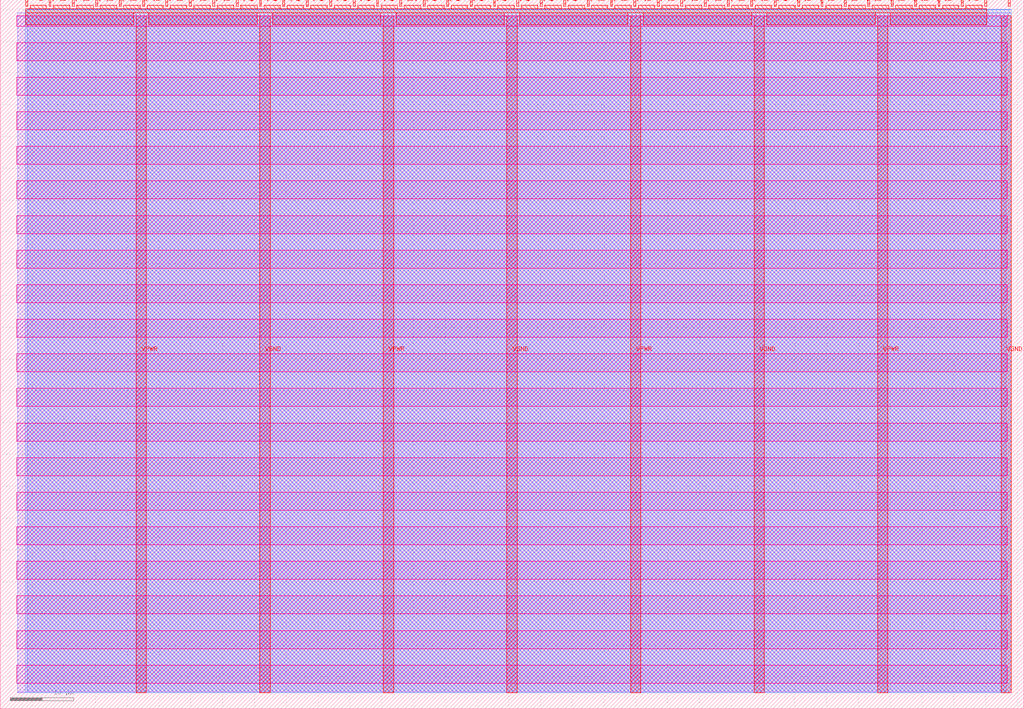
<source format=lef>
VERSION 5.7 ;
  NOWIREEXTENSIONATPIN ON ;
  DIVIDERCHAR "/" ;
  BUSBITCHARS "[]" ;
MACRO tt_um_wokwi_394888799427677185
  CLASS BLOCK ;
  FOREIGN tt_um_wokwi_394888799427677185 ;
  ORIGIN 0.000 0.000 ;
  SIZE 161.000 BY 111.520 ;
  PIN VGND
    DIRECTION INOUT ;
    USE GROUND ;
    PORT
      LAYER met4 ;
        RECT 40.830 2.480 42.430 109.040 ;
    END
    PORT
      LAYER met4 ;
        RECT 79.700 2.480 81.300 109.040 ;
    END
    PORT
      LAYER met4 ;
        RECT 118.570 2.480 120.170 109.040 ;
    END
    PORT
      LAYER met4 ;
        RECT 157.440 2.480 159.040 109.040 ;
    END
  END VGND
  PIN VPWR
    DIRECTION INOUT ;
    USE POWER ;
    PORT
      LAYER met4 ;
        RECT 21.395 2.480 22.995 109.040 ;
    END
    PORT
      LAYER met4 ;
        RECT 60.265 2.480 61.865 109.040 ;
    END
    PORT
      LAYER met4 ;
        RECT 99.135 2.480 100.735 109.040 ;
    END
    PORT
      LAYER met4 ;
        RECT 138.005 2.480 139.605 109.040 ;
    END
  END VPWR
  PIN clk
    DIRECTION INPUT ;
    USE SIGNAL ;
    ANTENNAGATEAREA 0.852000 ;
    PORT
      LAYER met4 ;
        RECT 154.870 110.520 155.170 111.520 ;
    END
  END clk
  PIN ena
    DIRECTION INPUT ;
    USE SIGNAL ;
    PORT
      LAYER met4 ;
        RECT 158.550 110.520 158.850 111.520 ;
    END
  END ena
  PIN rst_n
    DIRECTION INPUT ;
    USE SIGNAL ;
    ANTENNAGATEAREA 0.196500 ;
    PORT
      LAYER met4 ;
        RECT 151.190 110.520 151.490 111.520 ;
    END
  END rst_n
  PIN ui_in[0]
    DIRECTION INPUT ;
    USE SIGNAL ;
    ANTENNAGATEAREA 0.196500 ;
    PORT
      LAYER met4 ;
        RECT 147.510 110.520 147.810 111.520 ;
    END
  END ui_in[0]
  PIN ui_in[1]
    DIRECTION INPUT ;
    USE SIGNAL ;
    ANTENNAGATEAREA 0.196500 ;
    PORT
      LAYER met4 ;
        RECT 143.830 110.520 144.130 111.520 ;
    END
  END ui_in[1]
  PIN ui_in[2]
    DIRECTION INPUT ;
    USE SIGNAL ;
    ANTENNAGATEAREA 0.196500 ;
    PORT
      LAYER met4 ;
        RECT 140.150 110.520 140.450 111.520 ;
    END
  END ui_in[2]
  PIN ui_in[3]
    DIRECTION INPUT ;
    USE SIGNAL ;
    ANTENNAGATEAREA 0.196500 ;
    PORT
      LAYER met4 ;
        RECT 136.470 110.520 136.770 111.520 ;
    END
  END ui_in[3]
  PIN ui_in[4]
    DIRECTION INPUT ;
    USE SIGNAL ;
    ANTENNAGATEAREA 0.196500 ;
    PORT
      LAYER met4 ;
        RECT 132.790 110.520 133.090 111.520 ;
    END
  END ui_in[4]
  PIN ui_in[5]
    DIRECTION INPUT ;
    USE SIGNAL ;
    ANTENNAGATEAREA 0.196500 ;
    PORT
      LAYER met4 ;
        RECT 129.110 110.520 129.410 111.520 ;
    END
  END ui_in[5]
  PIN ui_in[6]
    DIRECTION INPUT ;
    USE SIGNAL ;
    ANTENNAGATEAREA 0.196500 ;
    PORT
      LAYER met4 ;
        RECT 125.430 110.520 125.730 111.520 ;
    END
  END ui_in[6]
  PIN ui_in[7]
    DIRECTION INPUT ;
    USE SIGNAL ;
    ANTENNAGATEAREA 0.196500 ;
    PORT
      LAYER met4 ;
        RECT 121.750 110.520 122.050 111.520 ;
    END
  END ui_in[7]
  PIN uio_in[0]
    DIRECTION INPUT ;
    USE SIGNAL ;
    PORT
      LAYER met4 ;
        RECT 118.070 110.520 118.370 111.520 ;
    END
  END uio_in[0]
  PIN uio_in[1]
    DIRECTION INPUT ;
    USE SIGNAL ;
    PORT
      LAYER met4 ;
        RECT 114.390 110.520 114.690 111.520 ;
    END
  END uio_in[1]
  PIN uio_in[2]
    DIRECTION INPUT ;
    USE SIGNAL ;
    PORT
      LAYER met4 ;
        RECT 110.710 110.520 111.010 111.520 ;
    END
  END uio_in[2]
  PIN uio_in[3]
    DIRECTION INPUT ;
    USE SIGNAL ;
    PORT
      LAYER met4 ;
        RECT 107.030 110.520 107.330 111.520 ;
    END
  END uio_in[3]
  PIN uio_in[4]
    DIRECTION INPUT ;
    USE SIGNAL ;
    PORT
      LAYER met4 ;
        RECT 103.350 110.520 103.650 111.520 ;
    END
  END uio_in[4]
  PIN uio_in[5]
    DIRECTION INPUT ;
    USE SIGNAL ;
    PORT
      LAYER met4 ;
        RECT 99.670 110.520 99.970 111.520 ;
    END
  END uio_in[5]
  PIN uio_in[6]
    DIRECTION INPUT ;
    USE SIGNAL ;
    PORT
      LAYER met4 ;
        RECT 95.990 110.520 96.290 111.520 ;
    END
  END uio_in[6]
  PIN uio_in[7]
    DIRECTION INPUT ;
    USE SIGNAL ;
    PORT
      LAYER met4 ;
        RECT 92.310 110.520 92.610 111.520 ;
    END
  END uio_in[7]
  PIN uio_oe[0]
    DIRECTION OUTPUT TRISTATE ;
    USE SIGNAL ;
    PORT
      LAYER met4 ;
        RECT 29.750 110.520 30.050 111.520 ;
    END
  END uio_oe[0]
  PIN uio_oe[1]
    DIRECTION OUTPUT TRISTATE ;
    USE SIGNAL ;
    PORT
      LAYER met4 ;
        RECT 26.070 110.520 26.370 111.520 ;
    END
  END uio_oe[1]
  PIN uio_oe[2]
    DIRECTION OUTPUT TRISTATE ;
    USE SIGNAL ;
    PORT
      LAYER met4 ;
        RECT 22.390 110.520 22.690 111.520 ;
    END
  END uio_oe[2]
  PIN uio_oe[3]
    DIRECTION OUTPUT TRISTATE ;
    USE SIGNAL ;
    PORT
      LAYER met4 ;
        RECT 18.710 110.520 19.010 111.520 ;
    END
  END uio_oe[3]
  PIN uio_oe[4]
    DIRECTION OUTPUT TRISTATE ;
    USE SIGNAL ;
    PORT
      LAYER met4 ;
        RECT 15.030 110.520 15.330 111.520 ;
    END
  END uio_oe[4]
  PIN uio_oe[5]
    DIRECTION OUTPUT TRISTATE ;
    USE SIGNAL ;
    PORT
      LAYER met4 ;
        RECT 11.350 110.520 11.650 111.520 ;
    END
  END uio_oe[5]
  PIN uio_oe[6]
    DIRECTION OUTPUT TRISTATE ;
    USE SIGNAL ;
    PORT
      LAYER met4 ;
        RECT 7.670 110.520 7.970 111.520 ;
    END
  END uio_oe[6]
  PIN uio_oe[7]
    DIRECTION OUTPUT TRISTATE ;
    USE SIGNAL ;
    PORT
      LAYER met4 ;
        RECT 3.990 110.520 4.290 111.520 ;
    END
  END uio_oe[7]
  PIN uio_out[0]
    DIRECTION OUTPUT TRISTATE ;
    USE SIGNAL ;
    PORT
      LAYER met4 ;
        RECT 59.190 110.520 59.490 111.520 ;
    END
  END uio_out[0]
  PIN uio_out[1]
    DIRECTION OUTPUT TRISTATE ;
    USE SIGNAL ;
    PORT
      LAYER met4 ;
        RECT 55.510 110.520 55.810 111.520 ;
    END
  END uio_out[1]
  PIN uio_out[2]
    DIRECTION OUTPUT TRISTATE ;
    USE SIGNAL ;
    PORT
      LAYER met4 ;
        RECT 51.830 110.520 52.130 111.520 ;
    END
  END uio_out[2]
  PIN uio_out[3]
    DIRECTION OUTPUT TRISTATE ;
    USE SIGNAL ;
    PORT
      LAYER met4 ;
        RECT 48.150 110.520 48.450 111.520 ;
    END
  END uio_out[3]
  PIN uio_out[4]
    DIRECTION OUTPUT TRISTATE ;
    USE SIGNAL ;
    PORT
      LAYER met4 ;
        RECT 44.470 110.520 44.770 111.520 ;
    END
  END uio_out[4]
  PIN uio_out[5]
    DIRECTION OUTPUT TRISTATE ;
    USE SIGNAL ;
    PORT
      LAYER met4 ;
        RECT 40.790 110.520 41.090 111.520 ;
    END
  END uio_out[5]
  PIN uio_out[6]
    DIRECTION OUTPUT TRISTATE ;
    USE SIGNAL ;
    PORT
      LAYER met4 ;
        RECT 37.110 110.520 37.410 111.520 ;
    END
  END uio_out[6]
  PIN uio_out[7]
    DIRECTION OUTPUT TRISTATE ;
    USE SIGNAL ;
    PORT
      LAYER met4 ;
        RECT 33.430 110.520 33.730 111.520 ;
    END
  END uio_out[7]
  PIN uo_out[0]
    DIRECTION OUTPUT TRISTATE ;
    USE SIGNAL ;
    ANTENNADIFFAREA 0.795200 ;
    PORT
      LAYER met4 ;
        RECT 88.630 110.520 88.930 111.520 ;
    END
  END uo_out[0]
  PIN uo_out[1]
    DIRECTION OUTPUT TRISTATE ;
    USE SIGNAL ;
    ANTENNADIFFAREA 0.445500 ;
    PORT
      LAYER met4 ;
        RECT 84.950 110.520 85.250 111.520 ;
    END
  END uo_out[1]
  PIN uo_out[2]
    DIRECTION OUTPUT TRISTATE ;
    USE SIGNAL ;
    ANTENNADIFFAREA 0.445500 ;
    PORT
      LAYER met4 ;
        RECT 81.270 110.520 81.570 111.520 ;
    END
  END uo_out[2]
  PIN uo_out[3]
    DIRECTION OUTPUT TRISTATE ;
    USE SIGNAL ;
    ANTENNADIFFAREA 0.445500 ;
    PORT
      LAYER met4 ;
        RECT 77.590 110.520 77.890 111.520 ;
    END
  END uo_out[3]
  PIN uo_out[4]
    DIRECTION OUTPUT TRISTATE ;
    USE SIGNAL ;
    ANTENNADIFFAREA 0.445500 ;
    PORT
      LAYER met4 ;
        RECT 73.910 110.520 74.210 111.520 ;
    END
  END uo_out[4]
  PIN uo_out[5]
    DIRECTION OUTPUT TRISTATE ;
    USE SIGNAL ;
    ANTENNADIFFAREA 0.445500 ;
    PORT
      LAYER met4 ;
        RECT 70.230 110.520 70.530 111.520 ;
    END
  END uo_out[5]
  PIN uo_out[6]
    DIRECTION OUTPUT TRISTATE ;
    USE SIGNAL ;
    ANTENNADIFFAREA 0.445500 ;
    PORT
      LAYER met4 ;
        RECT 66.550 110.520 66.850 111.520 ;
    END
  END uo_out[6]
  PIN uo_out[7]
    DIRECTION OUTPUT TRISTATE ;
    USE SIGNAL ;
    PORT
      LAYER met4 ;
        RECT 62.870 110.520 63.170 111.520 ;
    END
  END uo_out[7]
  OBS
      LAYER nwell ;
        RECT 2.570 107.385 158.430 108.990 ;
        RECT 2.570 101.945 158.430 104.775 ;
        RECT 2.570 96.505 158.430 99.335 ;
        RECT 2.570 91.065 158.430 93.895 ;
        RECT 2.570 85.625 158.430 88.455 ;
        RECT 2.570 80.185 158.430 83.015 ;
        RECT 2.570 74.745 158.430 77.575 ;
        RECT 2.570 69.305 158.430 72.135 ;
        RECT 2.570 63.865 158.430 66.695 ;
        RECT 2.570 58.425 158.430 61.255 ;
        RECT 2.570 52.985 158.430 55.815 ;
        RECT 2.570 47.545 158.430 50.375 ;
        RECT 2.570 42.105 158.430 44.935 ;
        RECT 2.570 36.665 158.430 39.495 ;
        RECT 2.570 31.225 158.430 34.055 ;
        RECT 2.570 25.785 158.430 28.615 ;
        RECT 2.570 20.345 158.430 23.175 ;
        RECT 2.570 14.905 158.430 17.735 ;
        RECT 2.570 9.465 158.430 12.295 ;
        RECT 2.570 4.025 158.430 6.855 ;
      LAYER li1 ;
        RECT 2.760 2.635 158.240 108.885 ;
      LAYER met1 ;
        RECT 2.760 2.480 159.040 109.440 ;
      LAYER met2 ;
        RECT 4.230 2.535 159.010 110.005 ;
      LAYER met3 ;
        RECT 3.950 2.555 159.030 109.985 ;
      LAYER met4 ;
        RECT 4.690 110.120 7.270 110.650 ;
        RECT 8.370 110.120 10.950 110.650 ;
        RECT 12.050 110.120 14.630 110.650 ;
        RECT 15.730 110.120 18.310 110.650 ;
        RECT 19.410 110.120 21.990 110.650 ;
        RECT 23.090 110.120 25.670 110.650 ;
        RECT 26.770 110.120 29.350 110.650 ;
        RECT 30.450 110.120 33.030 110.650 ;
        RECT 34.130 110.120 36.710 110.650 ;
        RECT 37.810 110.120 40.390 110.650 ;
        RECT 41.490 110.120 44.070 110.650 ;
        RECT 45.170 110.120 47.750 110.650 ;
        RECT 48.850 110.120 51.430 110.650 ;
        RECT 52.530 110.120 55.110 110.650 ;
        RECT 56.210 110.120 58.790 110.650 ;
        RECT 59.890 110.120 62.470 110.650 ;
        RECT 63.570 110.120 66.150 110.650 ;
        RECT 67.250 110.120 69.830 110.650 ;
        RECT 70.930 110.120 73.510 110.650 ;
        RECT 74.610 110.120 77.190 110.650 ;
        RECT 78.290 110.120 80.870 110.650 ;
        RECT 81.970 110.120 84.550 110.650 ;
        RECT 85.650 110.120 88.230 110.650 ;
        RECT 89.330 110.120 91.910 110.650 ;
        RECT 93.010 110.120 95.590 110.650 ;
        RECT 96.690 110.120 99.270 110.650 ;
        RECT 100.370 110.120 102.950 110.650 ;
        RECT 104.050 110.120 106.630 110.650 ;
        RECT 107.730 110.120 110.310 110.650 ;
        RECT 111.410 110.120 113.990 110.650 ;
        RECT 115.090 110.120 117.670 110.650 ;
        RECT 118.770 110.120 121.350 110.650 ;
        RECT 122.450 110.120 125.030 110.650 ;
        RECT 126.130 110.120 128.710 110.650 ;
        RECT 129.810 110.120 132.390 110.650 ;
        RECT 133.490 110.120 136.070 110.650 ;
        RECT 137.170 110.120 139.750 110.650 ;
        RECT 140.850 110.120 143.430 110.650 ;
        RECT 144.530 110.120 147.110 110.650 ;
        RECT 148.210 110.120 150.790 110.650 ;
        RECT 151.890 110.120 154.470 110.650 ;
        RECT 3.975 109.440 155.185 110.120 ;
        RECT 3.975 107.615 20.995 109.440 ;
        RECT 23.395 107.615 40.430 109.440 ;
        RECT 42.830 107.615 59.865 109.440 ;
        RECT 62.265 107.615 79.300 109.440 ;
        RECT 81.700 107.615 98.735 109.440 ;
        RECT 101.135 107.615 118.170 109.440 ;
        RECT 120.570 107.615 137.605 109.440 ;
        RECT 140.005 107.615 155.185 109.440 ;
  END
END tt_um_wokwi_394888799427677185
END LIBRARY


</source>
